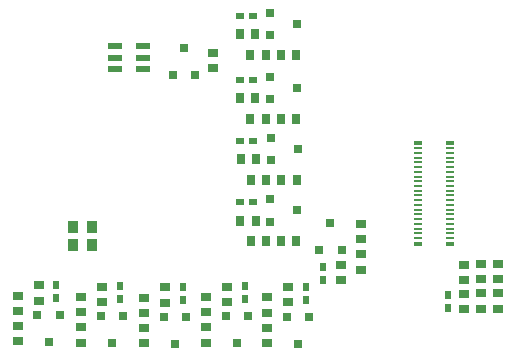
<source format=gbp>
G04*
G04 #@! TF.GenerationSoftware,Altium Limited,Altium Designer,24.6.1 (21)*
G04*
G04 Layer_Color=128*
%FSLAX44Y44*%
%MOMM*%
G71*
G04*
G04 #@! TF.SameCoordinates,378F9F08-6654-43F8-BCBF-B2BEE8DC63DC*
G04*
G04*
G04 #@! TF.FilePolarity,Positive*
G04*
G01*
G75*
%ADD17R,0.9500X0.8000*%
%ADD22R,0.9000X1.0500*%
%ADD25R,0.5000X0.7000*%
%ADD26R,0.8000X0.9500*%
%ADD56R,1.2000X0.6000*%
%ADD57R,0.7620X0.7620*%
%ADD58R,0.7000X0.5000*%
%ADD59R,0.6600X0.3200*%
%ADD60R,0.6600X0.2000*%
%ADD61R,0.7620X0.7620*%
D17*
X450500Y89500D02*
D03*
Y76500D02*
D03*
Y114500D02*
D03*
Y101500D02*
D03*
X479500Y90000D02*
D03*
Y77000D02*
D03*
X465000Y90000D02*
D03*
Y77000D02*
D03*
Y102000D02*
D03*
Y115000D02*
D03*
X479500Y102000D02*
D03*
Y115000D02*
D03*
X72750Y62500D02*
D03*
Y49500D02*
D03*
X90250Y97000D02*
D03*
Y84000D02*
D03*
X72750Y88250D02*
D03*
Y75250D02*
D03*
X237750Y280500D02*
D03*
Y293500D02*
D03*
X363415Y135750D02*
D03*
Y148750D02*
D03*
X345915Y101250D02*
D03*
Y114250D02*
D03*
X363415Y110000D02*
D03*
Y123000D02*
D03*
X283750Y61000D02*
D03*
Y48000D02*
D03*
X301250Y95500D02*
D03*
Y82500D02*
D03*
X283750Y86750D02*
D03*
Y73750D02*
D03*
X232200Y61250D02*
D03*
Y48250D02*
D03*
X249700Y95750D02*
D03*
Y82750D02*
D03*
X232200Y87000D02*
D03*
Y74000D02*
D03*
X126409D02*
D03*
Y87000D02*
D03*
X143909Y82750D02*
D03*
Y95750D02*
D03*
X126409Y48250D02*
D03*
Y61250D02*
D03*
X179918Y73580D02*
D03*
Y86580D02*
D03*
X197418Y82330D02*
D03*
Y95330D02*
D03*
X179918Y47830D02*
D03*
Y60830D02*
D03*
D22*
X135250Y130750D02*
D03*
X119250D02*
D03*
X135250Y146250D02*
D03*
X119250D02*
D03*
D25*
X436500Y77500D02*
D03*
Y88500D02*
D03*
X330915Y112000D02*
D03*
Y101000D02*
D03*
X212418Y84580D02*
D03*
Y95580D02*
D03*
X158909Y85000D02*
D03*
Y96000D02*
D03*
X105250Y86250D02*
D03*
Y97250D02*
D03*
X316250Y84750D02*
D03*
Y95750D02*
D03*
X264700Y85000D02*
D03*
Y96000D02*
D03*
D26*
X274390Y203975D02*
D03*
X261390D02*
D03*
X308890Y186475D02*
D03*
X295890D02*
D03*
X274000Y151750D02*
D03*
X261000D02*
D03*
X308500Y134250D02*
D03*
X295500D02*
D03*
X282750D02*
D03*
X269750D02*
D03*
X283140Y186475D02*
D03*
X270140D02*
D03*
X308250Y238000D02*
D03*
X295250D02*
D03*
X282500D02*
D03*
X269500D02*
D03*
X273750Y255500D02*
D03*
X260750D02*
D03*
X273750Y309500D02*
D03*
X260750D02*
D03*
X282500Y292000D02*
D03*
X269500D02*
D03*
X308250D02*
D03*
X295250D02*
D03*
D56*
X178250Y280250D02*
D03*
Y289750D02*
D03*
Y299250D02*
D03*
X155250D02*
D03*
Y289750D02*
D03*
Y280250D02*
D03*
D57*
X286000Y327550D02*
D03*
Y308500D02*
D03*
X308860Y318025D02*
D03*
Y264025D02*
D03*
X286000Y254500D02*
D03*
Y273550D02*
D03*
X309110Y160275D02*
D03*
X286250Y150750D02*
D03*
Y169800D02*
D03*
X309500Y212500D02*
D03*
X286640Y202975D02*
D03*
Y222025D02*
D03*
D58*
X271500Y324500D02*
D03*
X260500D02*
D03*
X271500Y270500D02*
D03*
X260500D02*
D03*
X272140Y218975D02*
D03*
X261140D02*
D03*
X271750Y167750D02*
D03*
X260750D02*
D03*
D59*
X438550Y132250D02*
D03*
X411450D02*
D03*
X438550Y217750D02*
D03*
X411450D02*
D03*
D60*
Y137000D02*
D03*
X438550D02*
D03*
X411450Y141000D02*
D03*
X438550D02*
D03*
X411450Y145000D02*
D03*
X438550D02*
D03*
X411450Y149000D02*
D03*
X438550D02*
D03*
X411450Y153000D02*
D03*
X438550D02*
D03*
X411450Y157000D02*
D03*
X438550D02*
D03*
X411450Y161000D02*
D03*
X438550D02*
D03*
X411450Y165000D02*
D03*
X438550D02*
D03*
X411450Y169000D02*
D03*
X438550D02*
D03*
X411450Y173000D02*
D03*
X438550D02*
D03*
X411450Y177000D02*
D03*
X438550D02*
D03*
X411450Y181000D02*
D03*
X438550D02*
D03*
X411450Y185000D02*
D03*
X438550D02*
D03*
X411450Y189000D02*
D03*
X438550D02*
D03*
X411450Y193000D02*
D03*
X438550D02*
D03*
X411450Y197000D02*
D03*
X438550D02*
D03*
X411450Y201000D02*
D03*
X438550D02*
D03*
X411450Y205000D02*
D03*
X438550D02*
D03*
X411450Y209000D02*
D03*
X438550D02*
D03*
X411450Y213000D02*
D03*
X438550D02*
D03*
D61*
X108300Y71750D02*
D03*
X89250D02*
D03*
X98775Y48890D02*
D03*
X203950Y274750D02*
D03*
X223000D02*
D03*
X213475Y297610D02*
D03*
X327865Y126500D02*
D03*
X346915D02*
D03*
X337390Y149360D02*
D03*
X319300Y70250D02*
D03*
X300250D02*
D03*
X309775Y47390D02*
D03*
X267750Y70500D02*
D03*
X248700D02*
D03*
X258225Y47640D02*
D03*
X152434D02*
D03*
X142909Y70500D02*
D03*
X161959D02*
D03*
X205943Y47220D02*
D03*
X196418Y70080D02*
D03*
X215468D02*
D03*
M02*

</source>
